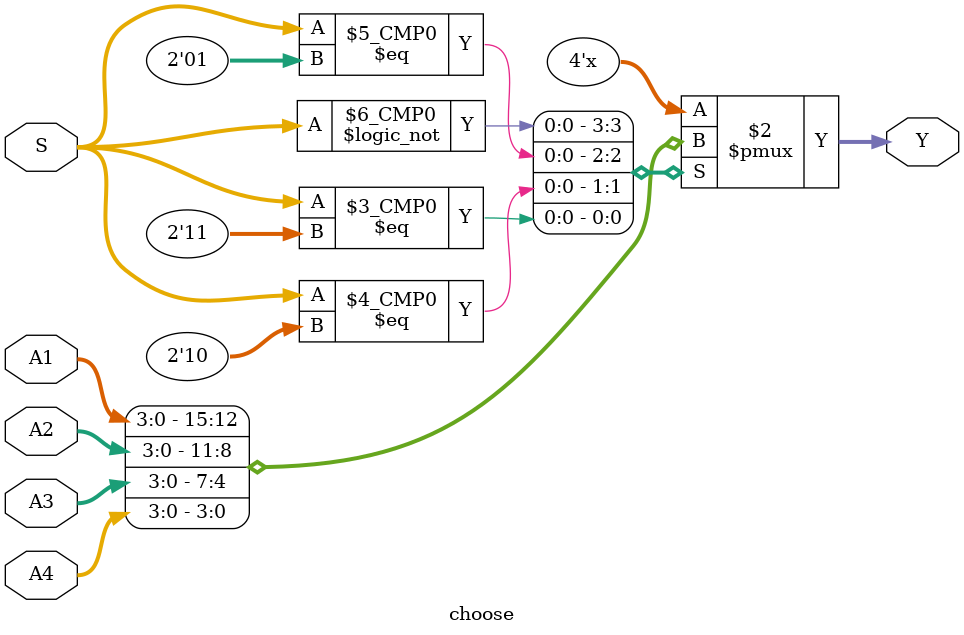
<source format=v>
module choose(A1,A2,A3,A4,S,Y);
    input [3:0]A1,A2,A3,A4;
    input [1:0]S;
    output [3:0]Y;
    reg [3:0]Y;
    always@(A1,A2,A3,A4,S)
        begin
            case(S)
            0:Y=A1;
            1:Y=A2;
            2:Y=A3;
            3:Y=A4;
            endcase
         end
endmodule
</source>
